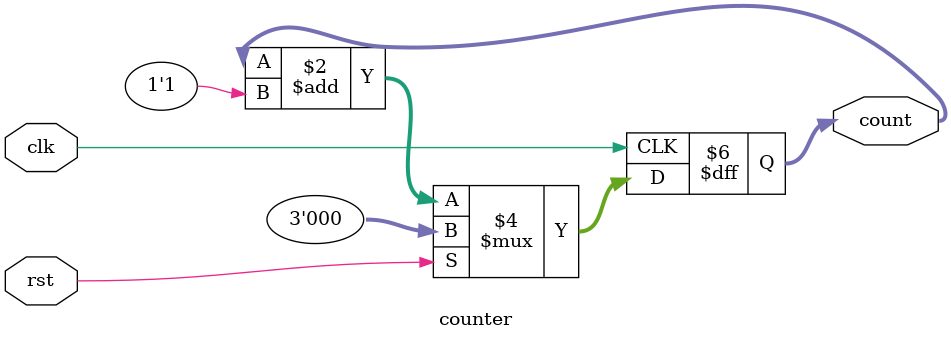
<source format=v>
module counter(
input clk,
input rst,
output reg [2:0] count
);

always @(posedge clk)
begin
	if(rst)
		count <= 3'b000;
	else
		count <= count + 1'b1;
end

endmodule

</source>
